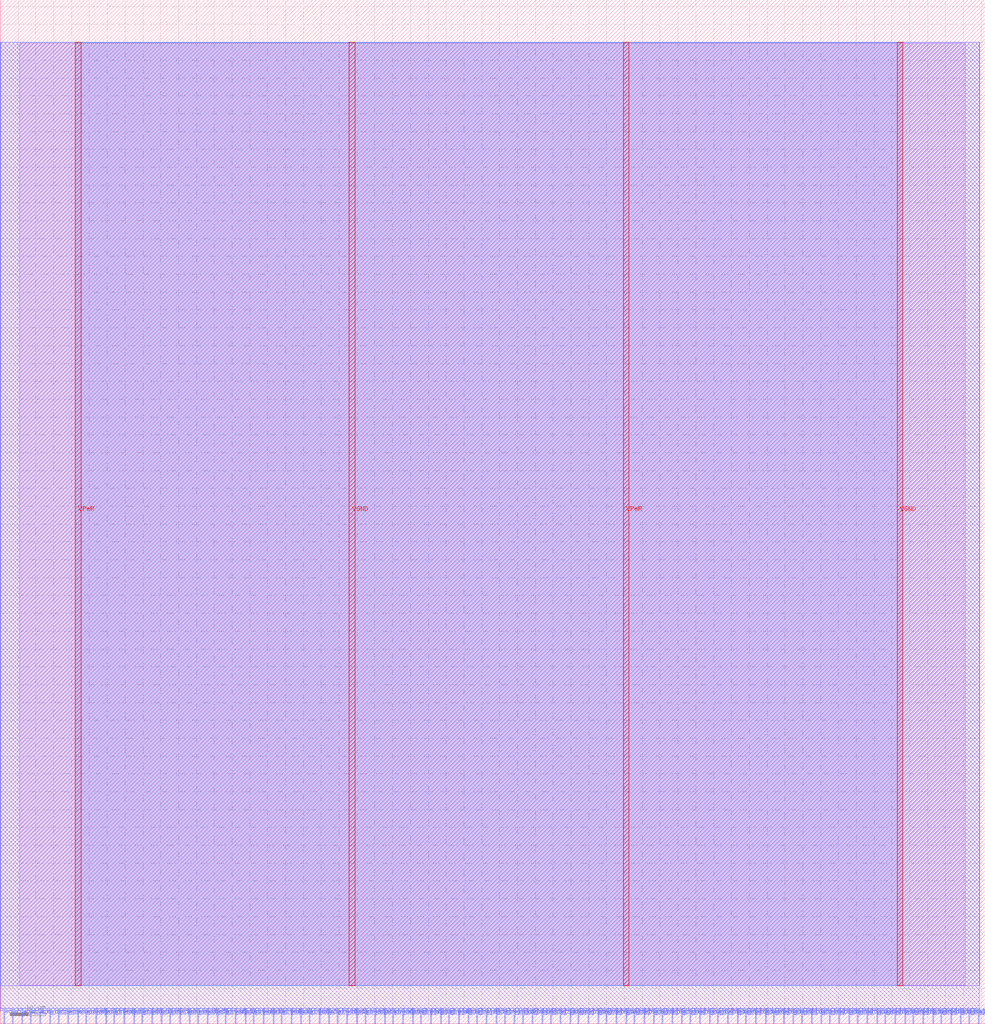
<source format=lef>
VERSION 5.7 ;
  NOWIREEXTENSIONATPIN ON ;
  DIVIDERCHAR "/" ;
  BUSBITCHARS "[]" ;
MACRO SPM_example
  CLASS BLOCK ;
  FOREIGN SPM_example ;
  ORIGIN 0.000 0.000 ;
  SIZE 276.145 BY 286.865 ;
  PIN VGND
    DIRECTION INPUT ;
    USE GROUND ;
    PORT
      LAYER met4 ;
        RECT 97.840 10.640 99.440 274.960 ;
    END
    PORT
      LAYER met4 ;
        RECT 251.440 10.640 253.040 274.960 ;
    END
  END VGND
  PIN VPWR
    DIRECTION INPUT ;
    USE POWER ;
    PORT
      LAYER met4 ;
        RECT 21.040 10.640 22.640 274.960 ;
    END
    PORT
      LAYER met4 ;
        RECT 174.640 10.640 176.240 274.960 ;
    END
  END VPWR
  PIN wb_clk_i
    DIRECTION INPUT ;
    USE SIGNAL ;
    PORT
      LAYER met2 ;
        RECT 1.010 0.000 1.290 4.000 ;
    END
  END wb_clk_i
  PIN wb_rst_i
    DIRECTION INPUT ;
    USE SIGNAL ;
    PORT
      LAYER met2 ;
        RECT 3.310 0.000 3.590 4.000 ;
    END
  END wb_rst_i
  PIN wbs_ack_o
    DIRECTION OUTPUT TRISTATE ;
    USE SIGNAL ;
    PORT
      LAYER met2 ;
        RECT 6.070 0.000 6.350 4.000 ;
    END
  END wbs_ack_o
  PIN wbs_adr_i[0]
    DIRECTION INPUT ;
    USE SIGNAL ;
    PORT
      LAYER met2 ;
        RECT 16.190 0.000 16.470 4.000 ;
    END
  END wbs_adr_i[0]
  PIN wbs_adr_i[10]
    DIRECTION INPUT ;
    USE SIGNAL ;
    PORT
      LAYER met2 ;
        RECT 104.970 0.000 105.250 4.000 ;
    END
  END wbs_adr_i[10]
  PIN wbs_adr_i[11]
    DIRECTION INPUT ;
    USE SIGNAL ;
    PORT
      LAYER met2 ;
        RECT 112.790 0.000 113.070 4.000 ;
    END
  END wbs_adr_i[11]
  PIN wbs_adr_i[12]
    DIRECTION INPUT ;
    USE SIGNAL ;
    PORT
      LAYER met2 ;
        RECT 120.610 0.000 120.890 4.000 ;
    END
  END wbs_adr_i[12]
  PIN wbs_adr_i[13]
    DIRECTION INPUT ;
    USE SIGNAL ;
    PORT
      LAYER met2 ;
        RECT 128.430 0.000 128.710 4.000 ;
    END
  END wbs_adr_i[13]
  PIN wbs_adr_i[14]
    DIRECTION INPUT ;
    USE SIGNAL ;
    PORT
      LAYER met2 ;
        RECT 136.250 0.000 136.530 4.000 ;
    END
  END wbs_adr_i[14]
  PIN wbs_adr_i[15]
    DIRECTION INPUT ;
    USE SIGNAL ;
    PORT
      LAYER met2 ;
        RECT 144.070 0.000 144.350 4.000 ;
    END
  END wbs_adr_i[15]
  PIN wbs_adr_i[16]
    DIRECTION INPUT ;
    USE SIGNAL ;
    PORT
      LAYER met2 ;
        RECT 151.890 0.000 152.170 4.000 ;
    END
  END wbs_adr_i[16]
  PIN wbs_adr_i[17]
    DIRECTION INPUT ;
    USE SIGNAL ;
    PORT
      LAYER met2 ;
        RECT 159.710 0.000 159.990 4.000 ;
    END
  END wbs_adr_i[17]
  PIN wbs_adr_i[18]
    DIRECTION INPUT ;
    USE SIGNAL ;
    PORT
      LAYER met2 ;
        RECT 167.530 0.000 167.810 4.000 ;
    END
  END wbs_adr_i[18]
  PIN wbs_adr_i[19]
    DIRECTION INPUT ;
    USE SIGNAL ;
    PORT
      LAYER met2 ;
        RECT 175.350 0.000 175.630 4.000 ;
    END
  END wbs_adr_i[19]
  PIN wbs_adr_i[1]
    DIRECTION INPUT ;
    USE SIGNAL ;
    PORT
      LAYER met2 ;
        RECT 26.770 0.000 27.050 4.000 ;
    END
  END wbs_adr_i[1]
  PIN wbs_adr_i[20]
    DIRECTION INPUT ;
    USE SIGNAL ;
    PORT
      LAYER met2 ;
        RECT 183.170 0.000 183.450 4.000 ;
    END
  END wbs_adr_i[20]
  PIN wbs_adr_i[21]
    DIRECTION INPUT ;
    USE SIGNAL ;
    PORT
      LAYER met2 ;
        RECT 190.990 0.000 191.270 4.000 ;
    END
  END wbs_adr_i[21]
  PIN wbs_adr_i[22]
    DIRECTION INPUT ;
    USE SIGNAL ;
    PORT
      LAYER met2 ;
        RECT 198.810 0.000 199.090 4.000 ;
    END
  END wbs_adr_i[22]
  PIN wbs_adr_i[23]
    DIRECTION INPUT ;
    USE SIGNAL ;
    PORT
      LAYER met2 ;
        RECT 206.630 0.000 206.910 4.000 ;
    END
  END wbs_adr_i[23]
  PIN wbs_adr_i[24]
    DIRECTION INPUT ;
    USE SIGNAL ;
    PORT
      LAYER met2 ;
        RECT 214.450 0.000 214.730 4.000 ;
    END
  END wbs_adr_i[24]
  PIN wbs_adr_i[25]
    DIRECTION INPUT ;
    USE SIGNAL ;
    PORT
      LAYER met2 ;
        RECT 222.270 0.000 222.550 4.000 ;
    END
  END wbs_adr_i[25]
  PIN wbs_adr_i[26]
    DIRECTION INPUT ;
    USE SIGNAL ;
    PORT
      LAYER met2 ;
        RECT 230.090 0.000 230.370 4.000 ;
    END
  END wbs_adr_i[26]
  PIN wbs_adr_i[27]
    DIRECTION INPUT ;
    USE SIGNAL ;
    PORT
      LAYER met2 ;
        RECT 237.910 0.000 238.190 4.000 ;
    END
  END wbs_adr_i[27]
  PIN wbs_adr_i[28]
    DIRECTION INPUT ;
    USE SIGNAL ;
    PORT
      LAYER met2 ;
        RECT 245.730 0.000 246.010 4.000 ;
    END
  END wbs_adr_i[28]
  PIN wbs_adr_i[29]
    DIRECTION INPUT ;
    USE SIGNAL ;
    PORT
      LAYER met2 ;
        RECT 253.550 0.000 253.830 4.000 ;
    END
  END wbs_adr_i[29]
  PIN wbs_adr_i[2]
    DIRECTION INPUT ;
    USE SIGNAL ;
    PORT
      LAYER met2 ;
        RECT 37.350 0.000 37.630 4.000 ;
    END
  END wbs_adr_i[2]
  PIN wbs_adr_i[30]
    DIRECTION INPUT ;
    USE SIGNAL ;
    PORT
      LAYER met2 ;
        RECT 261.370 0.000 261.650 4.000 ;
    END
  END wbs_adr_i[30]
  PIN wbs_adr_i[31]
    DIRECTION INPUT ;
    USE SIGNAL ;
    PORT
      LAYER met2 ;
        RECT 269.190 0.000 269.470 4.000 ;
    END
  END wbs_adr_i[31]
  PIN wbs_adr_i[3]
    DIRECTION INPUT ;
    USE SIGNAL ;
    PORT
      LAYER met2 ;
        RECT 47.470 0.000 47.750 4.000 ;
    END
  END wbs_adr_i[3]
  PIN wbs_adr_i[4]
    DIRECTION INPUT ;
    USE SIGNAL ;
    PORT
      LAYER met2 ;
        RECT 58.050 0.000 58.330 4.000 ;
    END
  END wbs_adr_i[4]
  PIN wbs_adr_i[5]
    DIRECTION INPUT ;
    USE SIGNAL ;
    PORT
      LAYER met2 ;
        RECT 65.870 0.000 66.150 4.000 ;
    END
  END wbs_adr_i[5]
  PIN wbs_adr_i[6]
    DIRECTION INPUT ;
    USE SIGNAL ;
    PORT
      LAYER met2 ;
        RECT 73.690 0.000 73.970 4.000 ;
    END
  END wbs_adr_i[6]
  PIN wbs_adr_i[7]
    DIRECTION INPUT ;
    USE SIGNAL ;
    PORT
      LAYER met2 ;
        RECT 81.510 0.000 81.790 4.000 ;
    END
  END wbs_adr_i[7]
  PIN wbs_adr_i[8]
    DIRECTION INPUT ;
    USE SIGNAL ;
    PORT
      LAYER met2 ;
        RECT 89.330 0.000 89.610 4.000 ;
    END
  END wbs_adr_i[8]
  PIN wbs_adr_i[9]
    DIRECTION INPUT ;
    USE SIGNAL ;
    PORT
      LAYER met2 ;
        RECT 97.150 0.000 97.430 4.000 ;
    END
  END wbs_adr_i[9]
  PIN wbs_cyc_i
    DIRECTION INPUT ;
    USE SIGNAL ;
    PORT
      LAYER met2 ;
        RECT 8.370 0.000 8.650 4.000 ;
    END
  END wbs_cyc_i
  PIN wbs_dat_i[0]
    DIRECTION INPUT ;
    USE SIGNAL ;
    PORT
      LAYER met2 ;
        RECT 18.950 0.000 19.230 4.000 ;
    END
  END wbs_dat_i[0]
  PIN wbs_dat_i[10]
    DIRECTION INPUT ;
    USE SIGNAL ;
    PORT
      LAYER met2 ;
        RECT 107.730 0.000 108.010 4.000 ;
    END
  END wbs_dat_i[10]
  PIN wbs_dat_i[11]
    DIRECTION INPUT ;
    USE SIGNAL ;
    PORT
      LAYER met2 ;
        RECT 115.550 0.000 115.830 4.000 ;
    END
  END wbs_dat_i[11]
  PIN wbs_dat_i[12]
    DIRECTION INPUT ;
    USE SIGNAL ;
    PORT
      LAYER met2 ;
        RECT 123.370 0.000 123.650 4.000 ;
    END
  END wbs_dat_i[12]
  PIN wbs_dat_i[13]
    DIRECTION INPUT ;
    USE SIGNAL ;
    PORT
      LAYER met2 ;
        RECT 131.190 0.000 131.470 4.000 ;
    END
  END wbs_dat_i[13]
  PIN wbs_dat_i[14]
    DIRECTION INPUT ;
    USE SIGNAL ;
    PORT
      LAYER met2 ;
        RECT 139.010 0.000 139.290 4.000 ;
    END
  END wbs_dat_i[14]
  PIN wbs_dat_i[15]
    DIRECTION INPUT ;
    USE SIGNAL ;
    PORT
      LAYER met2 ;
        RECT 146.370 0.000 146.650 4.000 ;
    END
  END wbs_dat_i[15]
  PIN wbs_dat_i[16]
    DIRECTION INPUT ;
    USE SIGNAL ;
    PORT
      LAYER met2 ;
        RECT 154.190 0.000 154.470 4.000 ;
    END
  END wbs_dat_i[16]
  PIN wbs_dat_i[17]
    DIRECTION INPUT ;
    USE SIGNAL ;
    PORT
      LAYER met2 ;
        RECT 162.010 0.000 162.290 4.000 ;
    END
  END wbs_dat_i[17]
  PIN wbs_dat_i[18]
    DIRECTION INPUT ;
    USE SIGNAL ;
    PORT
      LAYER met2 ;
        RECT 169.830 0.000 170.110 4.000 ;
    END
  END wbs_dat_i[18]
  PIN wbs_dat_i[19]
    DIRECTION INPUT ;
    USE SIGNAL ;
    PORT
      LAYER met2 ;
        RECT 177.650 0.000 177.930 4.000 ;
    END
  END wbs_dat_i[19]
  PIN wbs_dat_i[1]
    DIRECTION INPUT ;
    USE SIGNAL ;
    PORT
      LAYER met2 ;
        RECT 29.530 0.000 29.810 4.000 ;
    END
  END wbs_dat_i[1]
  PIN wbs_dat_i[20]
    DIRECTION INPUT ;
    USE SIGNAL ;
    PORT
      LAYER met2 ;
        RECT 185.470 0.000 185.750 4.000 ;
    END
  END wbs_dat_i[20]
  PIN wbs_dat_i[21]
    DIRECTION INPUT ;
    USE SIGNAL ;
    PORT
      LAYER met2 ;
        RECT 193.290 0.000 193.570 4.000 ;
    END
  END wbs_dat_i[21]
  PIN wbs_dat_i[22]
    DIRECTION INPUT ;
    USE SIGNAL ;
    PORT
      LAYER met2 ;
        RECT 201.110 0.000 201.390 4.000 ;
    END
  END wbs_dat_i[22]
  PIN wbs_dat_i[23]
    DIRECTION INPUT ;
    USE SIGNAL ;
    PORT
      LAYER met2 ;
        RECT 208.930 0.000 209.210 4.000 ;
    END
  END wbs_dat_i[23]
  PIN wbs_dat_i[24]
    DIRECTION INPUT ;
    USE SIGNAL ;
    PORT
      LAYER met2 ;
        RECT 216.750 0.000 217.030 4.000 ;
    END
  END wbs_dat_i[24]
  PIN wbs_dat_i[25]
    DIRECTION INPUT ;
    USE SIGNAL ;
    PORT
      LAYER met2 ;
        RECT 224.570 0.000 224.850 4.000 ;
    END
  END wbs_dat_i[25]
  PIN wbs_dat_i[26]
    DIRECTION INPUT ;
    USE SIGNAL ;
    PORT
      LAYER met2 ;
        RECT 232.390 0.000 232.670 4.000 ;
    END
  END wbs_dat_i[26]
  PIN wbs_dat_i[27]
    DIRECTION INPUT ;
    USE SIGNAL ;
    PORT
      LAYER met2 ;
        RECT 240.210 0.000 240.490 4.000 ;
    END
  END wbs_dat_i[27]
  PIN wbs_dat_i[28]
    DIRECTION INPUT ;
    USE SIGNAL ;
    PORT
      LAYER met2 ;
        RECT 248.030 0.000 248.310 4.000 ;
    END
  END wbs_dat_i[28]
  PIN wbs_dat_i[29]
    DIRECTION INPUT ;
    USE SIGNAL ;
    PORT
      LAYER met2 ;
        RECT 255.850 0.000 256.130 4.000 ;
    END
  END wbs_dat_i[29]
  PIN wbs_dat_i[2]
    DIRECTION INPUT ;
    USE SIGNAL ;
    PORT
      LAYER met2 ;
        RECT 39.650 0.000 39.930 4.000 ;
    END
  END wbs_dat_i[2]
  PIN wbs_dat_i[30]
    DIRECTION INPUT ;
    USE SIGNAL ;
    PORT
      LAYER met2 ;
        RECT 263.670 0.000 263.950 4.000 ;
    END
  END wbs_dat_i[30]
  PIN wbs_dat_i[31]
    DIRECTION INPUT ;
    USE SIGNAL ;
    PORT
      LAYER met2 ;
        RECT 271.490 0.000 271.770 4.000 ;
    END
  END wbs_dat_i[31]
  PIN wbs_dat_i[3]
    DIRECTION INPUT ;
    USE SIGNAL ;
    PORT
      LAYER met2 ;
        RECT 50.230 0.000 50.510 4.000 ;
    END
  END wbs_dat_i[3]
  PIN wbs_dat_i[4]
    DIRECTION INPUT ;
    USE SIGNAL ;
    PORT
      LAYER met2 ;
        RECT 60.810 0.000 61.090 4.000 ;
    END
  END wbs_dat_i[4]
  PIN wbs_dat_i[5]
    DIRECTION INPUT ;
    USE SIGNAL ;
    PORT
      LAYER met2 ;
        RECT 68.630 0.000 68.910 4.000 ;
    END
  END wbs_dat_i[5]
  PIN wbs_dat_i[6]
    DIRECTION INPUT ;
    USE SIGNAL ;
    PORT
      LAYER met2 ;
        RECT 76.450 0.000 76.730 4.000 ;
    END
  END wbs_dat_i[6]
  PIN wbs_dat_i[7]
    DIRECTION INPUT ;
    USE SIGNAL ;
    PORT
      LAYER met2 ;
        RECT 84.270 0.000 84.550 4.000 ;
    END
  END wbs_dat_i[7]
  PIN wbs_dat_i[8]
    DIRECTION INPUT ;
    USE SIGNAL ;
    PORT
      LAYER met2 ;
        RECT 92.090 0.000 92.370 4.000 ;
    END
  END wbs_dat_i[8]
  PIN wbs_dat_i[9]
    DIRECTION INPUT ;
    USE SIGNAL ;
    PORT
      LAYER met2 ;
        RECT 99.910 0.000 100.190 4.000 ;
    END
  END wbs_dat_i[9]
  PIN wbs_dat_o[0]
    DIRECTION OUTPUT TRISTATE ;
    USE SIGNAL ;
    PORT
      LAYER met2 ;
        RECT 21.710 0.000 21.990 4.000 ;
    END
  END wbs_dat_o[0]
  PIN wbs_dat_o[10]
    DIRECTION OUTPUT TRISTATE ;
    USE SIGNAL ;
    PORT
      LAYER met2 ;
        RECT 110.030 0.000 110.310 4.000 ;
    END
  END wbs_dat_o[10]
  PIN wbs_dat_o[11]
    DIRECTION OUTPUT TRISTATE ;
    USE SIGNAL ;
    PORT
      LAYER met2 ;
        RECT 117.850 0.000 118.130 4.000 ;
    END
  END wbs_dat_o[11]
  PIN wbs_dat_o[12]
    DIRECTION OUTPUT TRISTATE ;
    USE SIGNAL ;
    PORT
      LAYER met2 ;
        RECT 125.670 0.000 125.950 4.000 ;
    END
  END wbs_dat_o[12]
  PIN wbs_dat_o[13]
    DIRECTION OUTPUT TRISTATE ;
    USE SIGNAL ;
    PORT
      LAYER met2 ;
        RECT 133.490 0.000 133.770 4.000 ;
    END
  END wbs_dat_o[13]
  PIN wbs_dat_o[14]
    DIRECTION OUTPUT TRISTATE ;
    USE SIGNAL ;
    PORT
      LAYER met2 ;
        RECT 141.310 0.000 141.590 4.000 ;
    END
  END wbs_dat_o[14]
  PIN wbs_dat_o[15]
    DIRECTION OUTPUT TRISTATE ;
    USE SIGNAL ;
    PORT
      LAYER met2 ;
        RECT 149.130 0.000 149.410 4.000 ;
    END
  END wbs_dat_o[15]
  PIN wbs_dat_o[16]
    DIRECTION OUTPUT TRISTATE ;
    USE SIGNAL ;
    PORT
      LAYER met2 ;
        RECT 156.950 0.000 157.230 4.000 ;
    END
  END wbs_dat_o[16]
  PIN wbs_dat_o[17]
    DIRECTION OUTPUT TRISTATE ;
    USE SIGNAL ;
    PORT
      LAYER met2 ;
        RECT 164.770 0.000 165.050 4.000 ;
    END
  END wbs_dat_o[17]
  PIN wbs_dat_o[18]
    DIRECTION OUTPUT TRISTATE ;
    USE SIGNAL ;
    PORT
      LAYER met2 ;
        RECT 172.590 0.000 172.870 4.000 ;
    END
  END wbs_dat_o[18]
  PIN wbs_dat_o[19]
    DIRECTION OUTPUT TRISTATE ;
    USE SIGNAL ;
    PORT
      LAYER met2 ;
        RECT 180.410 0.000 180.690 4.000 ;
    END
  END wbs_dat_o[19]
  PIN wbs_dat_o[1]
    DIRECTION OUTPUT TRISTATE ;
    USE SIGNAL ;
    PORT
      LAYER met2 ;
        RECT 31.830 0.000 32.110 4.000 ;
    END
  END wbs_dat_o[1]
  PIN wbs_dat_o[20]
    DIRECTION OUTPUT TRISTATE ;
    USE SIGNAL ;
    PORT
      LAYER met2 ;
        RECT 188.230 0.000 188.510 4.000 ;
    END
  END wbs_dat_o[20]
  PIN wbs_dat_o[21]
    DIRECTION OUTPUT TRISTATE ;
    USE SIGNAL ;
    PORT
      LAYER met2 ;
        RECT 196.050 0.000 196.330 4.000 ;
    END
  END wbs_dat_o[21]
  PIN wbs_dat_o[22]
    DIRECTION OUTPUT TRISTATE ;
    USE SIGNAL ;
    PORT
      LAYER met2 ;
        RECT 203.870 0.000 204.150 4.000 ;
    END
  END wbs_dat_o[22]
  PIN wbs_dat_o[23]
    DIRECTION OUTPUT TRISTATE ;
    USE SIGNAL ;
    PORT
      LAYER met2 ;
        RECT 211.690 0.000 211.970 4.000 ;
    END
  END wbs_dat_o[23]
  PIN wbs_dat_o[24]
    DIRECTION OUTPUT TRISTATE ;
    USE SIGNAL ;
    PORT
      LAYER met2 ;
        RECT 219.510 0.000 219.790 4.000 ;
    END
  END wbs_dat_o[24]
  PIN wbs_dat_o[25]
    DIRECTION OUTPUT TRISTATE ;
    USE SIGNAL ;
    PORT
      LAYER met2 ;
        RECT 227.330 0.000 227.610 4.000 ;
    END
  END wbs_dat_o[25]
  PIN wbs_dat_o[26]
    DIRECTION OUTPUT TRISTATE ;
    USE SIGNAL ;
    PORT
      LAYER met2 ;
        RECT 235.150 0.000 235.430 4.000 ;
    END
  END wbs_dat_o[26]
  PIN wbs_dat_o[27]
    DIRECTION OUTPUT TRISTATE ;
    USE SIGNAL ;
    PORT
      LAYER met2 ;
        RECT 242.970 0.000 243.250 4.000 ;
    END
  END wbs_dat_o[27]
  PIN wbs_dat_o[28]
    DIRECTION OUTPUT TRISTATE ;
    USE SIGNAL ;
    PORT
      LAYER met2 ;
        RECT 250.790 0.000 251.070 4.000 ;
    END
  END wbs_dat_o[28]
  PIN wbs_dat_o[29]
    DIRECTION OUTPUT TRISTATE ;
    USE SIGNAL ;
    PORT
      LAYER met2 ;
        RECT 258.610 0.000 258.890 4.000 ;
    END
  END wbs_dat_o[29]
  PIN wbs_dat_o[2]
    DIRECTION OUTPUT TRISTATE ;
    USE SIGNAL ;
    PORT
      LAYER met2 ;
        RECT 42.410 0.000 42.690 4.000 ;
    END
  END wbs_dat_o[2]
  PIN wbs_dat_o[30]
    DIRECTION OUTPUT TRISTATE ;
    USE SIGNAL ;
    PORT
      LAYER met2 ;
        RECT 266.430 0.000 266.710 4.000 ;
    END
  END wbs_dat_o[30]
  PIN wbs_dat_o[31]
    DIRECTION OUTPUT TRISTATE ;
    USE SIGNAL ;
    PORT
      LAYER met2 ;
        RECT 274.250 0.000 274.530 4.000 ;
    END
  END wbs_dat_o[31]
  PIN wbs_dat_o[3]
    DIRECTION OUTPUT TRISTATE ;
    USE SIGNAL ;
    PORT
      LAYER met2 ;
        RECT 52.990 0.000 53.270 4.000 ;
    END
  END wbs_dat_o[3]
  PIN wbs_dat_o[4]
    DIRECTION OUTPUT TRISTATE ;
    USE SIGNAL ;
    PORT
      LAYER met2 ;
        RECT 63.110 0.000 63.390 4.000 ;
    END
  END wbs_dat_o[4]
  PIN wbs_dat_o[5]
    DIRECTION OUTPUT TRISTATE ;
    USE SIGNAL ;
    PORT
      LAYER met2 ;
        RECT 70.930 0.000 71.210 4.000 ;
    END
  END wbs_dat_o[5]
  PIN wbs_dat_o[6]
    DIRECTION OUTPUT TRISTATE ;
    USE SIGNAL ;
    PORT
      LAYER met2 ;
        RECT 78.750 0.000 79.030 4.000 ;
    END
  END wbs_dat_o[6]
  PIN wbs_dat_o[7]
    DIRECTION OUTPUT TRISTATE ;
    USE SIGNAL ;
    PORT
      LAYER met2 ;
        RECT 86.570 0.000 86.850 4.000 ;
    END
  END wbs_dat_o[7]
  PIN wbs_dat_o[8]
    DIRECTION OUTPUT TRISTATE ;
    USE SIGNAL ;
    PORT
      LAYER met2 ;
        RECT 94.390 0.000 94.670 4.000 ;
    END
  END wbs_dat_o[8]
  PIN wbs_dat_o[9]
    DIRECTION OUTPUT TRISTATE ;
    USE SIGNAL ;
    PORT
      LAYER met2 ;
        RECT 102.210 0.000 102.490 4.000 ;
    END
  END wbs_dat_o[9]
  PIN wbs_sel_i[0]
    DIRECTION INPUT ;
    USE SIGNAL ;
    PORT
      LAYER met2 ;
        RECT 24.010 0.000 24.290 4.000 ;
    END
  END wbs_sel_i[0]
  PIN wbs_sel_i[1]
    DIRECTION INPUT ;
    USE SIGNAL ;
    PORT
      LAYER met2 ;
        RECT 34.590 0.000 34.870 4.000 ;
    END
  END wbs_sel_i[1]
  PIN wbs_sel_i[2]
    DIRECTION INPUT ;
    USE SIGNAL ;
    PORT
      LAYER met2 ;
        RECT 45.170 0.000 45.450 4.000 ;
    END
  END wbs_sel_i[2]
  PIN wbs_sel_i[3]
    DIRECTION INPUT ;
    USE SIGNAL ;
    PORT
      LAYER met2 ;
        RECT 55.290 0.000 55.570 4.000 ;
    END
  END wbs_sel_i[3]
  PIN wbs_stb_i
    DIRECTION INPUT ;
    USE SIGNAL ;
    PORT
      LAYER met2 ;
        RECT 11.130 0.000 11.410 4.000 ;
    END
  END wbs_stb_i
  PIN wbs_we_i
    DIRECTION INPUT ;
    USE SIGNAL ;
    PORT
      LAYER met2 ;
        RECT 13.890 0.000 14.170 4.000 ;
    END
  END wbs_we_i
  OBS
      LAYER li1 ;
        RECT 5.520 10.795 270.480 274.805 ;
      LAYER met1 ;
        RECT 0.070 10.640 274.550 274.960 ;
      LAYER met2 ;
        RECT 0.100 4.280 274.520 274.960 ;
        RECT 0.100 3.670 0.730 4.280 ;
        RECT 1.570 3.670 3.030 4.280 ;
        RECT 3.870 3.670 5.790 4.280 ;
        RECT 6.630 3.670 8.090 4.280 ;
        RECT 8.930 3.670 10.850 4.280 ;
        RECT 11.690 3.670 13.610 4.280 ;
        RECT 14.450 3.670 15.910 4.280 ;
        RECT 16.750 3.670 18.670 4.280 ;
        RECT 19.510 3.670 21.430 4.280 ;
        RECT 22.270 3.670 23.730 4.280 ;
        RECT 24.570 3.670 26.490 4.280 ;
        RECT 27.330 3.670 29.250 4.280 ;
        RECT 30.090 3.670 31.550 4.280 ;
        RECT 32.390 3.670 34.310 4.280 ;
        RECT 35.150 3.670 37.070 4.280 ;
        RECT 37.910 3.670 39.370 4.280 ;
        RECT 40.210 3.670 42.130 4.280 ;
        RECT 42.970 3.670 44.890 4.280 ;
        RECT 45.730 3.670 47.190 4.280 ;
        RECT 48.030 3.670 49.950 4.280 ;
        RECT 50.790 3.670 52.710 4.280 ;
        RECT 53.550 3.670 55.010 4.280 ;
        RECT 55.850 3.670 57.770 4.280 ;
        RECT 58.610 3.670 60.530 4.280 ;
        RECT 61.370 3.670 62.830 4.280 ;
        RECT 63.670 3.670 65.590 4.280 ;
        RECT 66.430 3.670 68.350 4.280 ;
        RECT 69.190 3.670 70.650 4.280 ;
        RECT 71.490 3.670 73.410 4.280 ;
        RECT 74.250 3.670 76.170 4.280 ;
        RECT 77.010 3.670 78.470 4.280 ;
        RECT 79.310 3.670 81.230 4.280 ;
        RECT 82.070 3.670 83.990 4.280 ;
        RECT 84.830 3.670 86.290 4.280 ;
        RECT 87.130 3.670 89.050 4.280 ;
        RECT 89.890 3.670 91.810 4.280 ;
        RECT 92.650 3.670 94.110 4.280 ;
        RECT 94.950 3.670 96.870 4.280 ;
        RECT 97.710 3.670 99.630 4.280 ;
        RECT 100.470 3.670 101.930 4.280 ;
        RECT 102.770 3.670 104.690 4.280 ;
        RECT 105.530 3.670 107.450 4.280 ;
        RECT 108.290 3.670 109.750 4.280 ;
        RECT 110.590 3.670 112.510 4.280 ;
        RECT 113.350 3.670 115.270 4.280 ;
        RECT 116.110 3.670 117.570 4.280 ;
        RECT 118.410 3.670 120.330 4.280 ;
        RECT 121.170 3.670 123.090 4.280 ;
        RECT 123.930 3.670 125.390 4.280 ;
        RECT 126.230 3.670 128.150 4.280 ;
        RECT 128.990 3.670 130.910 4.280 ;
        RECT 131.750 3.670 133.210 4.280 ;
        RECT 134.050 3.670 135.970 4.280 ;
        RECT 136.810 3.670 138.730 4.280 ;
        RECT 139.570 3.670 141.030 4.280 ;
        RECT 141.870 3.670 143.790 4.280 ;
        RECT 144.630 3.670 146.090 4.280 ;
        RECT 146.930 3.670 148.850 4.280 ;
        RECT 149.690 3.670 151.610 4.280 ;
        RECT 152.450 3.670 153.910 4.280 ;
        RECT 154.750 3.670 156.670 4.280 ;
        RECT 157.510 3.670 159.430 4.280 ;
        RECT 160.270 3.670 161.730 4.280 ;
        RECT 162.570 3.670 164.490 4.280 ;
        RECT 165.330 3.670 167.250 4.280 ;
        RECT 168.090 3.670 169.550 4.280 ;
        RECT 170.390 3.670 172.310 4.280 ;
        RECT 173.150 3.670 175.070 4.280 ;
        RECT 175.910 3.670 177.370 4.280 ;
        RECT 178.210 3.670 180.130 4.280 ;
        RECT 180.970 3.670 182.890 4.280 ;
        RECT 183.730 3.670 185.190 4.280 ;
        RECT 186.030 3.670 187.950 4.280 ;
        RECT 188.790 3.670 190.710 4.280 ;
        RECT 191.550 3.670 193.010 4.280 ;
        RECT 193.850 3.670 195.770 4.280 ;
        RECT 196.610 3.670 198.530 4.280 ;
        RECT 199.370 3.670 200.830 4.280 ;
        RECT 201.670 3.670 203.590 4.280 ;
        RECT 204.430 3.670 206.350 4.280 ;
        RECT 207.190 3.670 208.650 4.280 ;
        RECT 209.490 3.670 211.410 4.280 ;
        RECT 212.250 3.670 214.170 4.280 ;
        RECT 215.010 3.670 216.470 4.280 ;
        RECT 217.310 3.670 219.230 4.280 ;
        RECT 220.070 3.670 221.990 4.280 ;
        RECT 222.830 3.670 224.290 4.280 ;
        RECT 225.130 3.670 227.050 4.280 ;
        RECT 227.890 3.670 229.810 4.280 ;
        RECT 230.650 3.670 232.110 4.280 ;
        RECT 232.950 3.670 234.870 4.280 ;
        RECT 235.710 3.670 237.630 4.280 ;
        RECT 238.470 3.670 239.930 4.280 ;
        RECT 240.770 3.670 242.690 4.280 ;
        RECT 243.530 3.670 245.450 4.280 ;
        RECT 246.290 3.670 247.750 4.280 ;
        RECT 248.590 3.670 250.510 4.280 ;
        RECT 251.350 3.670 253.270 4.280 ;
        RECT 254.110 3.670 255.570 4.280 ;
        RECT 256.410 3.670 258.330 4.280 ;
        RECT 259.170 3.670 261.090 4.280 ;
        RECT 261.930 3.670 263.390 4.280 ;
        RECT 264.230 3.670 266.150 4.280 ;
        RECT 266.990 3.670 268.910 4.280 ;
        RECT 269.750 3.670 271.210 4.280 ;
        RECT 272.050 3.670 273.970 4.280 ;
      LAYER met3 ;
        RECT 21.040 10.715 253.040 274.885 ;
  END
END SPM_example
END LIBRARY


</source>
